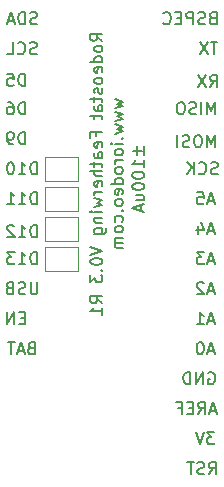
<source format=gbr>
G04 #@! TF.GenerationSoftware,KiCad,Pcbnew,5.1.7-a382d34a8~87~ubuntu18.04.1*
G04 #@! TF.CreationDate,2021-10-03T14:58:42-07:00*
G04 #@! TF.ProjectId,potentiostat_featherwing,706f7465-6e74-4696-9f73-7461745f6665,rev?*
G04 #@! TF.SameCoordinates,Original*
G04 #@! TF.FileFunction,Legend,Bot*
G04 #@! TF.FilePolarity,Positive*
%FSLAX46Y46*%
G04 Gerber Fmt 4.6, Leading zero omitted, Abs format (unit mm)*
G04 Created by KiCad (PCBNEW 5.1.7-a382d34a8~87~ubuntu18.04.1) date 2021-10-03 14:58:42*
%MOMM*%
%LPD*%
G01*
G04 APERTURE LIST*
%ADD10C,0.203200*%
%ADD11C,0.120000*%
G04 APERTURE END LIST*
D10*
X52914247Y-42529276D02*
X52914247Y-43303371D01*
X53301295Y-42916323D02*
X52527200Y-42916323D01*
X53494819Y-43303371D02*
X53494819Y-42529276D01*
X53494819Y-44319371D02*
X53494819Y-43738800D01*
X53494819Y-44029085D02*
X52478819Y-44029085D01*
X52623961Y-43932323D01*
X52720723Y-43835561D01*
X52769104Y-43738800D01*
X52478819Y-44948323D02*
X52478819Y-45045085D01*
X52527200Y-45141847D01*
X52575580Y-45190228D01*
X52672342Y-45238609D01*
X52865866Y-45286990D01*
X53107771Y-45286990D01*
X53301295Y-45238609D01*
X53398057Y-45190228D01*
X53446438Y-45141847D01*
X53494819Y-45045085D01*
X53494819Y-44948323D01*
X53446438Y-44851561D01*
X53398057Y-44803180D01*
X53301295Y-44754800D01*
X53107771Y-44706419D01*
X52865866Y-44706419D01*
X52672342Y-44754800D01*
X52575580Y-44803180D01*
X52527200Y-44851561D01*
X52478819Y-44948323D01*
X52478819Y-45915942D02*
X52478819Y-46012704D01*
X52527200Y-46109466D01*
X52575580Y-46157847D01*
X52672342Y-46206228D01*
X52865866Y-46254609D01*
X53107771Y-46254609D01*
X53301295Y-46206228D01*
X53398057Y-46157847D01*
X53446438Y-46109466D01*
X53494819Y-46012704D01*
X53494819Y-45915942D01*
X53446438Y-45819180D01*
X53398057Y-45770800D01*
X53301295Y-45722419D01*
X53107771Y-45674038D01*
X52865866Y-45674038D01*
X52672342Y-45722419D01*
X52575580Y-45770800D01*
X52527200Y-45819180D01*
X52478819Y-45915942D01*
X52817485Y-47125466D02*
X53494819Y-47125466D01*
X52817485Y-46690038D02*
X53349676Y-46690038D01*
X53446438Y-46738419D01*
X53494819Y-46835180D01*
X53494819Y-46980323D01*
X53446438Y-47077085D01*
X53398057Y-47125466D01*
X53204533Y-47560895D02*
X53204533Y-48044704D01*
X53494819Y-47464133D02*
X52478819Y-47802800D01*
X53494819Y-48141466D01*
X49964219Y-33634438D02*
X49480409Y-33295771D01*
X49964219Y-33053866D02*
X48948219Y-33053866D01*
X48948219Y-33440914D01*
X48996600Y-33537676D01*
X49044980Y-33586057D01*
X49141742Y-33634438D01*
X49286885Y-33634438D01*
X49383647Y-33586057D01*
X49432028Y-33537676D01*
X49480409Y-33440914D01*
X49480409Y-33053866D01*
X49964219Y-34215009D02*
X49915838Y-34118247D01*
X49867457Y-34069866D01*
X49770695Y-34021485D01*
X49480409Y-34021485D01*
X49383647Y-34069866D01*
X49335266Y-34118247D01*
X49286885Y-34215009D01*
X49286885Y-34360152D01*
X49335266Y-34456914D01*
X49383647Y-34505295D01*
X49480409Y-34553676D01*
X49770695Y-34553676D01*
X49867457Y-34505295D01*
X49915838Y-34456914D01*
X49964219Y-34360152D01*
X49964219Y-34215009D01*
X49964219Y-35424533D02*
X48948219Y-35424533D01*
X49915838Y-35424533D02*
X49964219Y-35327771D01*
X49964219Y-35134247D01*
X49915838Y-35037485D01*
X49867457Y-34989104D01*
X49770695Y-34940723D01*
X49480409Y-34940723D01*
X49383647Y-34989104D01*
X49335266Y-35037485D01*
X49286885Y-35134247D01*
X49286885Y-35327771D01*
X49335266Y-35424533D01*
X49915838Y-36295390D02*
X49964219Y-36198628D01*
X49964219Y-36005104D01*
X49915838Y-35908342D01*
X49819076Y-35859961D01*
X49432028Y-35859961D01*
X49335266Y-35908342D01*
X49286885Y-36005104D01*
X49286885Y-36198628D01*
X49335266Y-36295390D01*
X49432028Y-36343771D01*
X49528790Y-36343771D01*
X49625552Y-35859961D01*
X49964219Y-36924342D02*
X49915838Y-36827580D01*
X49867457Y-36779200D01*
X49770695Y-36730819D01*
X49480409Y-36730819D01*
X49383647Y-36779200D01*
X49335266Y-36827580D01*
X49286885Y-36924342D01*
X49286885Y-37069485D01*
X49335266Y-37166247D01*
X49383647Y-37214628D01*
X49480409Y-37263009D01*
X49770695Y-37263009D01*
X49867457Y-37214628D01*
X49915838Y-37166247D01*
X49964219Y-37069485D01*
X49964219Y-36924342D01*
X49915838Y-37650057D02*
X49964219Y-37746819D01*
X49964219Y-37940342D01*
X49915838Y-38037104D01*
X49819076Y-38085485D01*
X49770695Y-38085485D01*
X49673933Y-38037104D01*
X49625552Y-37940342D01*
X49625552Y-37795200D01*
X49577171Y-37698438D01*
X49480409Y-37650057D01*
X49432028Y-37650057D01*
X49335266Y-37698438D01*
X49286885Y-37795200D01*
X49286885Y-37940342D01*
X49335266Y-38037104D01*
X49286885Y-38375771D02*
X49286885Y-38762819D01*
X48948219Y-38520914D02*
X49819076Y-38520914D01*
X49915838Y-38569295D01*
X49964219Y-38666057D01*
X49964219Y-38762819D01*
X49964219Y-39536914D02*
X49432028Y-39536914D01*
X49335266Y-39488533D01*
X49286885Y-39391771D01*
X49286885Y-39198247D01*
X49335266Y-39101485D01*
X49915838Y-39536914D02*
X49964219Y-39440152D01*
X49964219Y-39198247D01*
X49915838Y-39101485D01*
X49819076Y-39053104D01*
X49722314Y-39053104D01*
X49625552Y-39101485D01*
X49577171Y-39198247D01*
X49577171Y-39440152D01*
X49528790Y-39536914D01*
X49286885Y-39875580D02*
X49286885Y-40262628D01*
X48948219Y-40020723D02*
X49819076Y-40020723D01*
X49915838Y-40069104D01*
X49964219Y-40165866D01*
X49964219Y-40262628D01*
X49432028Y-41714057D02*
X49432028Y-41375390D01*
X49964219Y-41375390D02*
X48948219Y-41375390D01*
X48948219Y-41859200D01*
X49915838Y-42633295D02*
X49964219Y-42536533D01*
X49964219Y-42343009D01*
X49915838Y-42246247D01*
X49819076Y-42197866D01*
X49432028Y-42197866D01*
X49335266Y-42246247D01*
X49286885Y-42343009D01*
X49286885Y-42536533D01*
X49335266Y-42633295D01*
X49432028Y-42681676D01*
X49528790Y-42681676D01*
X49625552Y-42197866D01*
X49964219Y-43552533D02*
X49432028Y-43552533D01*
X49335266Y-43504152D01*
X49286885Y-43407390D01*
X49286885Y-43213866D01*
X49335266Y-43117104D01*
X49915838Y-43552533D02*
X49964219Y-43455771D01*
X49964219Y-43213866D01*
X49915838Y-43117104D01*
X49819076Y-43068723D01*
X49722314Y-43068723D01*
X49625552Y-43117104D01*
X49577171Y-43213866D01*
X49577171Y-43455771D01*
X49528790Y-43552533D01*
X49286885Y-43891200D02*
X49286885Y-44278247D01*
X48948219Y-44036342D02*
X49819076Y-44036342D01*
X49915838Y-44084723D01*
X49964219Y-44181485D01*
X49964219Y-44278247D01*
X49964219Y-44616914D02*
X48948219Y-44616914D01*
X49964219Y-45052342D02*
X49432028Y-45052342D01*
X49335266Y-45003961D01*
X49286885Y-44907200D01*
X49286885Y-44762057D01*
X49335266Y-44665295D01*
X49383647Y-44616914D01*
X49915838Y-45923200D02*
X49964219Y-45826438D01*
X49964219Y-45632914D01*
X49915838Y-45536152D01*
X49819076Y-45487771D01*
X49432028Y-45487771D01*
X49335266Y-45536152D01*
X49286885Y-45632914D01*
X49286885Y-45826438D01*
X49335266Y-45923200D01*
X49432028Y-45971580D01*
X49528790Y-45971580D01*
X49625552Y-45487771D01*
X49964219Y-46407009D02*
X49286885Y-46407009D01*
X49480409Y-46407009D02*
X49383647Y-46455390D01*
X49335266Y-46503771D01*
X49286885Y-46600533D01*
X49286885Y-46697295D01*
X49286885Y-46939200D02*
X49964219Y-47132723D01*
X49480409Y-47326247D01*
X49964219Y-47519771D01*
X49286885Y-47713295D01*
X49964219Y-48100342D02*
X49286885Y-48100342D01*
X48948219Y-48100342D02*
X48996600Y-48051961D01*
X49044980Y-48100342D01*
X48996600Y-48148723D01*
X48948219Y-48100342D01*
X49044980Y-48100342D01*
X49286885Y-48584152D02*
X49964219Y-48584152D01*
X49383647Y-48584152D02*
X49335266Y-48632533D01*
X49286885Y-48729295D01*
X49286885Y-48874438D01*
X49335266Y-48971200D01*
X49432028Y-49019580D01*
X49964219Y-49019580D01*
X49286885Y-49938819D02*
X50109361Y-49938819D01*
X50206123Y-49890438D01*
X50254504Y-49842057D01*
X50302885Y-49745295D01*
X50302885Y-49600152D01*
X50254504Y-49503390D01*
X49915838Y-49938819D02*
X49964219Y-49842057D01*
X49964219Y-49648533D01*
X49915838Y-49551771D01*
X49867457Y-49503390D01*
X49770695Y-49455009D01*
X49480409Y-49455009D01*
X49383647Y-49503390D01*
X49335266Y-49551771D01*
X49286885Y-49648533D01*
X49286885Y-49842057D01*
X49335266Y-49938819D01*
X48948219Y-51051580D02*
X49964219Y-51390247D01*
X48948219Y-51728914D01*
X48948219Y-52261104D02*
X48948219Y-52357866D01*
X48996600Y-52454628D01*
X49044980Y-52503009D01*
X49141742Y-52551390D01*
X49335266Y-52599771D01*
X49577171Y-52599771D01*
X49770695Y-52551390D01*
X49867457Y-52503009D01*
X49915838Y-52454628D01*
X49964219Y-52357866D01*
X49964219Y-52261104D01*
X49915838Y-52164342D01*
X49867457Y-52115961D01*
X49770695Y-52067580D01*
X49577171Y-52019200D01*
X49335266Y-52019200D01*
X49141742Y-52067580D01*
X49044980Y-52115961D01*
X48996600Y-52164342D01*
X48948219Y-52261104D01*
X49867457Y-53035200D02*
X49915838Y-53083580D01*
X49964219Y-53035200D01*
X49915838Y-52986819D01*
X49867457Y-53035200D01*
X49964219Y-53035200D01*
X48948219Y-53422247D02*
X48948219Y-54051200D01*
X49335266Y-53712533D01*
X49335266Y-53857676D01*
X49383647Y-53954438D01*
X49432028Y-54002819D01*
X49528790Y-54051200D01*
X49770695Y-54051200D01*
X49867457Y-54002819D01*
X49915838Y-53954438D01*
X49964219Y-53857676D01*
X49964219Y-53567390D01*
X49915838Y-53470628D01*
X49867457Y-53422247D01*
X49964219Y-55841295D02*
X49480409Y-55502628D01*
X49964219Y-55260723D02*
X48948219Y-55260723D01*
X48948219Y-55647771D01*
X48996600Y-55744533D01*
X49044980Y-55792914D01*
X49141742Y-55841295D01*
X49286885Y-55841295D01*
X49383647Y-55792914D01*
X49432028Y-55744533D01*
X49480409Y-55647771D01*
X49480409Y-55260723D01*
X49964219Y-56808914D02*
X49964219Y-56228342D01*
X49964219Y-56518628D02*
X48948219Y-56518628D01*
X49093361Y-56421866D01*
X49190123Y-56325104D01*
X49238504Y-56228342D01*
X51014085Y-38569295D02*
X51691419Y-38762819D01*
X51207609Y-38956342D01*
X51691419Y-39149866D01*
X51014085Y-39343390D01*
X51014085Y-39633676D02*
X51691419Y-39827200D01*
X51207609Y-40020723D01*
X51691419Y-40214247D01*
X51014085Y-40407771D01*
X51014085Y-40698057D02*
X51691419Y-40891580D01*
X51207609Y-41085104D01*
X51691419Y-41278628D01*
X51014085Y-41472152D01*
X51594657Y-41859199D02*
X51643038Y-41907580D01*
X51691419Y-41859199D01*
X51643038Y-41810819D01*
X51594657Y-41859199D01*
X51691419Y-41859199D01*
X51691419Y-42343009D02*
X51014085Y-42343009D01*
X50675419Y-42343009D02*
X50723800Y-42294628D01*
X50772180Y-42343009D01*
X50723800Y-42391390D01*
X50675419Y-42343009D01*
X50772180Y-42343009D01*
X51691419Y-42971961D02*
X51643038Y-42875200D01*
X51594657Y-42826819D01*
X51497895Y-42778438D01*
X51207609Y-42778438D01*
X51110847Y-42826819D01*
X51062466Y-42875200D01*
X51014085Y-42971961D01*
X51014085Y-43117104D01*
X51062466Y-43213866D01*
X51110847Y-43262247D01*
X51207609Y-43310628D01*
X51497895Y-43310628D01*
X51594657Y-43262247D01*
X51643038Y-43213866D01*
X51691419Y-43117104D01*
X51691419Y-42971961D01*
X51691419Y-43746057D02*
X51014085Y-43746057D01*
X51207609Y-43746057D02*
X51110847Y-43794438D01*
X51062466Y-43842819D01*
X51014085Y-43939580D01*
X51014085Y-44036342D01*
X51691419Y-44520152D02*
X51643038Y-44423390D01*
X51594657Y-44375009D01*
X51497895Y-44326628D01*
X51207609Y-44326628D01*
X51110847Y-44375009D01*
X51062466Y-44423390D01*
X51014085Y-44520152D01*
X51014085Y-44665295D01*
X51062466Y-44762057D01*
X51110847Y-44810438D01*
X51207609Y-44858819D01*
X51497895Y-44858819D01*
X51594657Y-44810438D01*
X51643038Y-44762057D01*
X51691419Y-44665295D01*
X51691419Y-44520152D01*
X51691419Y-45729676D02*
X50675419Y-45729676D01*
X51643038Y-45729676D02*
X51691419Y-45632914D01*
X51691419Y-45439390D01*
X51643038Y-45342628D01*
X51594657Y-45294247D01*
X51497895Y-45245866D01*
X51207609Y-45245866D01*
X51110847Y-45294247D01*
X51062466Y-45342628D01*
X51014085Y-45439390D01*
X51014085Y-45632914D01*
X51062466Y-45729676D01*
X51643038Y-46600533D02*
X51691419Y-46503771D01*
X51691419Y-46310247D01*
X51643038Y-46213485D01*
X51546276Y-46165104D01*
X51159228Y-46165104D01*
X51062466Y-46213485D01*
X51014085Y-46310247D01*
X51014085Y-46503771D01*
X51062466Y-46600533D01*
X51159228Y-46648914D01*
X51255990Y-46648914D01*
X51352752Y-46165104D01*
X51691419Y-47229485D02*
X51643038Y-47132723D01*
X51594657Y-47084342D01*
X51497895Y-47035961D01*
X51207609Y-47035961D01*
X51110847Y-47084342D01*
X51062466Y-47132723D01*
X51014085Y-47229485D01*
X51014085Y-47374628D01*
X51062466Y-47471390D01*
X51110847Y-47519771D01*
X51207609Y-47568152D01*
X51497895Y-47568152D01*
X51594657Y-47519771D01*
X51643038Y-47471390D01*
X51691419Y-47374628D01*
X51691419Y-47229485D01*
X51594657Y-48003580D02*
X51643038Y-48051961D01*
X51691419Y-48003580D01*
X51643038Y-47955199D01*
X51594657Y-48003580D01*
X51691419Y-48003580D01*
X51643038Y-48922819D02*
X51691419Y-48826057D01*
X51691419Y-48632533D01*
X51643038Y-48535771D01*
X51594657Y-48487390D01*
X51497895Y-48439009D01*
X51207609Y-48439009D01*
X51110847Y-48487390D01*
X51062466Y-48535771D01*
X51014085Y-48632533D01*
X51014085Y-48826057D01*
X51062466Y-48922819D01*
X51691419Y-49503390D02*
X51643038Y-49406628D01*
X51594657Y-49358247D01*
X51497895Y-49309866D01*
X51207609Y-49309866D01*
X51110847Y-49358247D01*
X51062466Y-49406628D01*
X51014085Y-49503390D01*
X51014085Y-49648533D01*
X51062466Y-49745295D01*
X51110847Y-49793676D01*
X51207609Y-49842057D01*
X51497895Y-49842057D01*
X51594657Y-49793676D01*
X51643038Y-49745295D01*
X51691419Y-49648533D01*
X51691419Y-49503390D01*
X51691419Y-50277485D02*
X51014085Y-50277485D01*
X51110847Y-50277485D02*
X51062466Y-50325866D01*
X51014085Y-50422628D01*
X51014085Y-50567771D01*
X51062466Y-50664533D01*
X51159228Y-50712914D01*
X51691419Y-50712914D01*
X51159228Y-50712914D02*
X51062466Y-50761295D01*
X51014085Y-50858057D01*
X51014085Y-51003199D01*
X51062466Y-51099961D01*
X51159228Y-51148342D01*
X51691419Y-51148342D01*
D11*
X47882000Y-51070000D02*
X45082000Y-51070000D01*
X45082000Y-51070000D02*
X45082000Y-53070000D01*
X45082000Y-53070000D02*
X47882000Y-53070000D01*
X47882000Y-53070000D02*
X47882000Y-51070000D01*
X47882000Y-50530000D02*
X47882000Y-48530000D01*
X45082000Y-50530000D02*
X47882000Y-50530000D01*
X45082000Y-48530000D02*
X45082000Y-50530000D01*
X47882000Y-48530000D02*
X45082000Y-48530000D01*
X47882000Y-45990000D02*
X45082000Y-45990000D01*
X45082000Y-45990000D02*
X45082000Y-47990000D01*
X45082000Y-47990000D02*
X47882000Y-47990000D01*
X47882000Y-47990000D02*
X47882000Y-45990000D01*
X47882000Y-43450000D02*
X45082000Y-43450000D01*
X45082000Y-43450000D02*
X45082000Y-45450000D01*
X45082000Y-45450000D02*
X47882000Y-45450000D01*
X47882000Y-45450000D02*
X47882000Y-43450000D01*
D10*
X58976380Y-70309619D02*
X59315047Y-69825809D01*
X59556952Y-70309619D02*
X59556952Y-69293619D01*
X59169904Y-69293619D01*
X59073142Y-69342000D01*
X59024761Y-69390380D01*
X58976380Y-69487142D01*
X58976380Y-69632285D01*
X59024761Y-69729047D01*
X59073142Y-69777428D01*
X59169904Y-69825809D01*
X59556952Y-69825809D01*
X58589333Y-70261238D02*
X58444190Y-70309619D01*
X58202285Y-70309619D01*
X58105523Y-70261238D01*
X58057142Y-70212857D01*
X58008761Y-70116095D01*
X58008761Y-70019333D01*
X58057142Y-69922571D01*
X58105523Y-69874190D01*
X58202285Y-69825809D01*
X58395809Y-69777428D01*
X58492571Y-69729047D01*
X58540952Y-69680666D01*
X58589333Y-69583904D01*
X58589333Y-69487142D01*
X58540952Y-69390380D01*
X58492571Y-69342000D01*
X58395809Y-69293619D01*
X58153904Y-69293619D01*
X58008761Y-69342000D01*
X57718476Y-69293619D02*
X57137904Y-69293619D01*
X57428190Y-70309619D02*
X57428190Y-69293619D01*
X59448095Y-66753619D02*
X58819142Y-66753619D01*
X59157809Y-67140666D01*
X59012666Y-67140666D01*
X58915904Y-67189047D01*
X58867523Y-67237428D01*
X58819142Y-67334190D01*
X58819142Y-67576095D01*
X58867523Y-67672857D01*
X58915904Y-67721238D01*
X59012666Y-67769619D01*
X59302952Y-67769619D01*
X59399714Y-67721238D01*
X59448095Y-67672857D01*
X58528857Y-66753619D02*
X58190190Y-67769619D01*
X57851523Y-66753619D01*
X59556952Y-64939333D02*
X59073142Y-64939333D01*
X59653714Y-65229619D02*
X59315047Y-64213619D01*
X58976380Y-65229619D01*
X58057142Y-65229619D02*
X58395809Y-64745809D01*
X58637714Y-65229619D02*
X58637714Y-64213619D01*
X58250666Y-64213619D01*
X58153904Y-64262000D01*
X58105523Y-64310380D01*
X58057142Y-64407142D01*
X58057142Y-64552285D01*
X58105523Y-64649047D01*
X58153904Y-64697428D01*
X58250666Y-64745809D01*
X58637714Y-64745809D01*
X57621714Y-64697428D02*
X57283047Y-64697428D01*
X57137904Y-65229619D02*
X57621714Y-65229619D01*
X57621714Y-64213619D01*
X57137904Y-64213619D01*
X56363809Y-64697428D02*
X56702476Y-64697428D01*
X56702476Y-65229619D02*
X56702476Y-64213619D01*
X56218666Y-64213619D01*
X58940095Y-61722000D02*
X59036857Y-61673619D01*
X59182000Y-61673619D01*
X59327142Y-61722000D01*
X59423904Y-61818761D01*
X59472285Y-61915523D01*
X59520666Y-62109047D01*
X59520666Y-62254190D01*
X59472285Y-62447714D01*
X59423904Y-62544476D01*
X59327142Y-62641238D01*
X59182000Y-62689619D01*
X59085238Y-62689619D01*
X58940095Y-62641238D01*
X58891714Y-62592857D01*
X58891714Y-62254190D01*
X59085238Y-62254190D01*
X58456285Y-62689619D02*
X58456285Y-61673619D01*
X57875714Y-62689619D01*
X57875714Y-61673619D01*
X57391904Y-62689619D02*
X57391904Y-61673619D01*
X57150000Y-61673619D01*
X57004857Y-61722000D01*
X56908095Y-61818761D01*
X56859714Y-61915523D01*
X56811333Y-62109047D01*
X56811333Y-62254190D01*
X56859714Y-62447714D01*
X56908095Y-62544476D01*
X57004857Y-62641238D01*
X57150000Y-62689619D01*
X57391904Y-62689619D01*
X59399714Y-59859333D02*
X58915904Y-59859333D01*
X59496476Y-60149619D02*
X59157809Y-59133619D01*
X58819142Y-60149619D01*
X58286952Y-59133619D02*
X58190190Y-59133619D01*
X58093428Y-59182000D01*
X58045047Y-59230380D01*
X57996666Y-59327142D01*
X57948285Y-59520666D01*
X57948285Y-59762571D01*
X57996666Y-59956095D01*
X58045047Y-60052857D01*
X58093428Y-60101238D01*
X58190190Y-60149619D01*
X58286952Y-60149619D01*
X58383714Y-60101238D01*
X58432095Y-60052857D01*
X58480476Y-59956095D01*
X58528857Y-59762571D01*
X58528857Y-59520666D01*
X58480476Y-59327142D01*
X58432095Y-59230380D01*
X58383714Y-59182000D01*
X58286952Y-59133619D01*
X59399714Y-57319333D02*
X58915904Y-57319333D01*
X59496476Y-57609619D02*
X59157809Y-56593619D01*
X58819142Y-57609619D01*
X57948285Y-57609619D02*
X58528857Y-57609619D01*
X58238571Y-57609619D02*
X58238571Y-56593619D01*
X58335333Y-56738761D01*
X58432095Y-56835523D01*
X58528857Y-56883904D01*
X59399714Y-54779333D02*
X58915904Y-54779333D01*
X59496476Y-55069619D02*
X59157809Y-54053619D01*
X58819142Y-55069619D01*
X58528857Y-54150380D02*
X58480476Y-54102000D01*
X58383714Y-54053619D01*
X58141809Y-54053619D01*
X58045047Y-54102000D01*
X57996666Y-54150380D01*
X57948285Y-54247142D01*
X57948285Y-54343904D01*
X57996666Y-54489047D01*
X58577238Y-55069619D01*
X57948285Y-55069619D01*
X59399714Y-52239333D02*
X58915904Y-52239333D01*
X59496476Y-52529619D02*
X59157809Y-51513619D01*
X58819142Y-52529619D01*
X58577238Y-51513619D02*
X57948285Y-51513619D01*
X58286952Y-51900666D01*
X58141809Y-51900666D01*
X58045047Y-51949047D01*
X57996666Y-51997428D01*
X57948285Y-52094190D01*
X57948285Y-52336095D01*
X57996666Y-52432857D01*
X58045047Y-52481238D01*
X58141809Y-52529619D01*
X58432095Y-52529619D01*
X58528857Y-52481238D01*
X58577238Y-52432857D01*
X59399714Y-49699333D02*
X58915904Y-49699333D01*
X59496476Y-49989619D02*
X59157809Y-48973619D01*
X58819142Y-49989619D01*
X58045047Y-49312285D02*
X58045047Y-49989619D01*
X58286952Y-48925238D02*
X58528857Y-49650952D01*
X57899904Y-49650952D01*
X59399714Y-47159333D02*
X58915904Y-47159333D01*
X59496476Y-47449619D02*
X59157809Y-46433619D01*
X58819142Y-47449619D01*
X57996666Y-46433619D02*
X58480476Y-46433619D01*
X58528857Y-46917428D01*
X58480476Y-46869047D01*
X58383714Y-46820666D01*
X58141809Y-46820666D01*
X58045047Y-46869047D01*
X57996666Y-46917428D01*
X57948285Y-47014190D01*
X57948285Y-47256095D01*
X57996666Y-47352857D01*
X58045047Y-47401238D01*
X58141809Y-47449619D01*
X58383714Y-47449619D01*
X58480476Y-47401238D01*
X58528857Y-47352857D01*
X59726285Y-44861238D02*
X59581142Y-44909619D01*
X59339238Y-44909619D01*
X59242476Y-44861238D01*
X59194095Y-44812857D01*
X59145714Y-44716095D01*
X59145714Y-44619333D01*
X59194095Y-44522571D01*
X59242476Y-44474190D01*
X59339238Y-44425809D01*
X59532761Y-44377428D01*
X59629523Y-44329047D01*
X59677904Y-44280666D01*
X59726285Y-44183904D01*
X59726285Y-44087142D01*
X59677904Y-43990380D01*
X59629523Y-43942000D01*
X59532761Y-43893619D01*
X59290857Y-43893619D01*
X59145714Y-43942000D01*
X58129714Y-44812857D02*
X58178095Y-44861238D01*
X58323238Y-44909619D01*
X58420000Y-44909619D01*
X58565142Y-44861238D01*
X58661904Y-44764476D01*
X58710285Y-44667714D01*
X58758666Y-44474190D01*
X58758666Y-44329047D01*
X58710285Y-44135523D01*
X58661904Y-44038761D01*
X58565142Y-43942000D01*
X58420000Y-43893619D01*
X58323238Y-43893619D01*
X58178095Y-43942000D01*
X58129714Y-43990380D01*
X57694285Y-44909619D02*
X57694285Y-43893619D01*
X57113714Y-44909619D02*
X57549142Y-44329047D01*
X57113714Y-43893619D02*
X57694285Y-44474190D01*
X59508571Y-42623619D02*
X59508571Y-41607619D01*
X59169904Y-42333333D01*
X58831238Y-41607619D01*
X58831238Y-42623619D01*
X58153904Y-41607619D02*
X57960380Y-41607619D01*
X57863619Y-41656000D01*
X57766857Y-41752761D01*
X57718476Y-41946285D01*
X57718476Y-42284952D01*
X57766857Y-42478476D01*
X57863619Y-42575238D01*
X57960380Y-42623619D01*
X58153904Y-42623619D01*
X58250666Y-42575238D01*
X58347428Y-42478476D01*
X58395809Y-42284952D01*
X58395809Y-41946285D01*
X58347428Y-41752761D01*
X58250666Y-41656000D01*
X58153904Y-41607619D01*
X57331428Y-42575238D02*
X57186285Y-42623619D01*
X56944380Y-42623619D01*
X56847619Y-42575238D01*
X56799238Y-42526857D01*
X56750857Y-42430095D01*
X56750857Y-42333333D01*
X56799238Y-42236571D01*
X56847619Y-42188190D01*
X56944380Y-42139809D01*
X57137904Y-42091428D01*
X57234666Y-42043047D01*
X57283047Y-41994666D01*
X57331428Y-41897904D01*
X57331428Y-41801142D01*
X57283047Y-41704380D01*
X57234666Y-41656000D01*
X57137904Y-41607619D01*
X56895999Y-41607619D01*
X56750857Y-41656000D01*
X56315428Y-42623619D02*
X56315428Y-41607619D01*
X59508571Y-39829619D02*
X59508571Y-38813619D01*
X59169904Y-39539333D01*
X58831238Y-38813619D01*
X58831238Y-39829619D01*
X58347428Y-39829619D02*
X58347428Y-38813619D01*
X57911999Y-39781238D02*
X57766857Y-39829619D01*
X57524952Y-39829619D01*
X57428190Y-39781238D01*
X57379809Y-39732857D01*
X57331428Y-39636095D01*
X57331428Y-39539333D01*
X57379809Y-39442571D01*
X57428190Y-39394190D01*
X57524952Y-39345809D01*
X57718476Y-39297428D01*
X57815238Y-39249047D01*
X57863619Y-39200666D01*
X57911999Y-39103904D01*
X57911999Y-39007142D01*
X57863619Y-38910380D01*
X57815238Y-38862000D01*
X57718476Y-38813619D01*
X57476571Y-38813619D01*
X57331428Y-38862000D01*
X56702476Y-38813619D02*
X56508952Y-38813619D01*
X56412190Y-38862000D01*
X56315428Y-38958761D01*
X56267047Y-39152285D01*
X56267047Y-39490952D01*
X56315428Y-39684476D01*
X56412190Y-39781238D01*
X56508952Y-39829619D01*
X56702476Y-39829619D01*
X56799238Y-39781238D01*
X56895999Y-39684476D01*
X56944380Y-39490952D01*
X56944380Y-39152285D01*
X56895999Y-38958761D01*
X56799238Y-38862000D01*
X56702476Y-38813619D01*
X59097333Y-37543619D02*
X59436000Y-37059809D01*
X59677904Y-37543619D02*
X59677904Y-36527619D01*
X59290857Y-36527619D01*
X59194095Y-36576000D01*
X59145714Y-36624380D01*
X59097333Y-36721142D01*
X59097333Y-36866285D01*
X59145714Y-36963047D01*
X59194095Y-37011428D01*
X59290857Y-37059809D01*
X59677904Y-37059809D01*
X58758666Y-36527619D02*
X58081333Y-37543619D01*
X58081333Y-36527619D02*
X58758666Y-37543619D01*
X59702095Y-33733619D02*
X59121523Y-33733619D01*
X59411809Y-34749619D02*
X59411809Y-33733619D01*
X58879619Y-33733619D02*
X58202285Y-34749619D01*
X58202285Y-33733619D02*
X58879619Y-34749619D01*
X59290857Y-31677428D02*
X59145714Y-31725809D01*
X59097333Y-31774190D01*
X59048952Y-31870952D01*
X59048952Y-32016095D01*
X59097333Y-32112857D01*
X59145714Y-32161238D01*
X59242476Y-32209619D01*
X59629523Y-32209619D01*
X59629523Y-31193619D01*
X59290857Y-31193619D01*
X59194095Y-31242000D01*
X59145714Y-31290380D01*
X59097333Y-31387142D01*
X59097333Y-31483904D01*
X59145714Y-31580666D01*
X59194095Y-31629047D01*
X59290857Y-31677428D01*
X59629523Y-31677428D01*
X58661904Y-32161238D02*
X58516761Y-32209619D01*
X58274857Y-32209619D01*
X58178095Y-32161238D01*
X58129714Y-32112857D01*
X58081333Y-32016095D01*
X58081333Y-31919333D01*
X58129714Y-31822571D01*
X58178095Y-31774190D01*
X58274857Y-31725809D01*
X58468380Y-31677428D01*
X58565142Y-31629047D01*
X58613523Y-31580666D01*
X58661904Y-31483904D01*
X58661904Y-31387142D01*
X58613523Y-31290380D01*
X58565142Y-31242000D01*
X58468380Y-31193619D01*
X58226476Y-31193619D01*
X58081333Y-31242000D01*
X57645904Y-32209619D02*
X57645904Y-31193619D01*
X57258857Y-31193619D01*
X57162095Y-31242000D01*
X57113714Y-31290380D01*
X57065333Y-31387142D01*
X57065333Y-31532285D01*
X57113714Y-31629047D01*
X57162095Y-31677428D01*
X57258857Y-31725809D01*
X57645904Y-31725809D01*
X56629904Y-31677428D02*
X56291238Y-31677428D01*
X56146095Y-32209619D02*
X56629904Y-32209619D01*
X56629904Y-31193619D01*
X56146095Y-31193619D01*
X55130095Y-32112857D02*
X55178476Y-32161238D01*
X55323619Y-32209619D01*
X55420380Y-32209619D01*
X55565523Y-32161238D01*
X55662285Y-32064476D01*
X55710666Y-31967714D01*
X55759047Y-31774190D01*
X55759047Y-31629047D01*
X55710666Y-31435523D01*
X55662285Y-31338761D01*
X55565523Y-31242000D01*
X55420380Y-31193619D01*
X55323619Y-31193619D01*
X55178476Y-31242000D01*
X55130095Y-31290380D01*
X43929904Y-59617428D02*
X43784761Y-59665809D01*
X43736380Y-59714190D01*
X43688000Y-59810952D01*
X43688000Y-59956095D01*
X43736380Y-60052857D01*
X43784761Y-60101238D01*
X43881523Y-60149619D01*
X44268571Y-60149619D01*
X44268571Y-59133619D01*
X43929904Y-59133619D01*
X43833142Y-59182000D01*
X43784761Y-59230380D01*
X43736380Y-59327142D01*
X43736380Y-59423904D01*
X43784761Y-59520666D01*
X43833142Y-59569047D01*
X43929904Y-59617428D01*
X44268571Y-59617428D01*
X43300952Y-59859333D02*
X42817142Y-59859333D01*
X43397714Y-60149619D02*
X43059047Y-59133619D01*
X42720380Y-60149619D01*
X42526857Y-59133619D02*
X41946285Y-59133619D01*
X42236571Y-60149619D02*
X42236571Y-59133619D01*
X43421904Y-57077428D02*
X43083238Y-57077428D01*
X42938095Y-57609619D02*
X43421904Y-57609619D01*
X43421904Y-56593619D01*
X42938095Y-56593619D01*
X42502666Y-57609619D02*
X42502666Y-56593619D01*
X41922095Y-57609619D01*
X41922095Y-56593619D01*
X44462095Y-54053619D02*
X44462095Y-54876095D01*
X44413714Y-54972857D01*
X44365333Y-55021238D01*
X44268571Y-55069619D01*
X44075047Y-55069619D01*
X43978285Y-55021238D01*
X43929904Y-54972857D01*
X43881523Y-54876095D01*
X43881523Y-54053619D01*
X43446095Y-55021238D02*
X43300952Y-55069619D01*
X43059047Y-55069619D01*
X42962285Y-55021238D01*
X42913904Y-54972857D01*
X42865523Y-54876095D01*
X42865523Y-54779333D01*
X42913904Y-54682571D01*
X42962285Y-54634190D01*
X43059047Y-54585809D01*
X43252571Y-54537428D01*
X43349333Y-54489047D01*
X43397714Y-54440666D01*
X43446095Y-54343904D01*
X43446095Y-54247142D01*
X43397714Y-54150380D01*
X43349333Y-54102000D01*
X43252571Y-54053619D01*
X43010666Y-54053619D01*
X42865523Y-54102000D01*
X42091428Y-54537428D02*
X41946285Y-54585809D01*
X41897904Y-54634190D01*
X41849523Y-54730952D01*
X41849523Y-54876095D01*
X41897904Y-54972857D01*
X41946285Y-55021238D01*
X42043047Y-55069619D01*
X42430095Y-55069619D01*
X42430095Y-54053619D01*
X42091428Y-54053619D01*
X41994666Y-54102000D01*
X41946285Y-54150380D01*
X41897904Y-54247142D01*
X41897904Y-54343904D01*
X41946285Y-54440666D01*
X41994666Y-54489047D01*
X42091428Y-54537428D01*
X42430095Y-54537428D01*
X44413714Y-52529619D02*
X44413714Y-51513619D01*
X44171809Y-51513619D01*
X44026666Y-51562000D01*
X43929904Y-51658761D01*
X43881523Y-51755523D01*
X43833142Y-51949047D01*
X43833142Y-52094190D01*
X43881523Y-52287714D01*
X43929904Y-52384476D01*
X44026666Y-52481238D01*
X44171809Y-52529619D01*
X44413714Y-52529619D01*
X42865523Y-52529619D02*
X43446095Y-52529619D01*
X43155809Y-52529619D02*
X43155809Y-51513619D01*
X43252571Y-51658761D01*
X43349333Y-51755523D01*
X43446095Y-51803904D01*
X42526857Y-51513619D02*
X41897904Y-51513619D01*
X42236571Y-51900666D01*
X42091428Y-51900666D01*
X41994666Y-51949047D01*
X41946285Y-51997428D01*
X41897904Y-52094190D01*
X41897904Y-52336095D01*
X41946285Y-52432857D01*
X41994666Y-52481238D01*
X42091428Y-52529619D01*
X42381714Y-52529619D01*
X42478476Y-52481238D01*
X42526857Y-52432857D01*
X44413714Y-50243619D02*
X44413714Y-49227619D01*
X44171809Y-49227619D01*
X44026666Y-49276000D01*
X43929904Y-49372761D01*
X43881523Y-49469523D01*
X43833142Y-49663047D01*
X43833142Y-49808190D01*
X43881523Y-50001714D01*
X43929904Y-50098476D01*
X44026666Y-50195238D01*
X44171809Y-50243619D01*
X44413714Y-50243619D01*
X42865523Y-50243619D02*
X43446095Y-50243619D01*
X43155809Y-50243619D02*
X43155809Y-49227619D01*
X43252571Y-49372761D01*
X43349333Y-49469523D01*
X43446095Y-49517904D01*
X42478476Y-49324380D02*
X42430095Y-49276000D01*
X42333333Y-49227619D01*
X42091428Y-49227619D01*
X41994666Y-49276000D01*
X41946285Y-49324380D01*
X41897904Y-49421142D01*
X41897904Y-49517904D01*
X41946285Y-49663047D01*
X42526857Y-50243619D01*
X41897904Y-50243619D01*
X44413714Y-47449619D02*
X44413714Y-46433619D01*
X44171809Y-46433619D01*
X44026666Y-46482000D01*
X43929904Y-46578761D01*
X43881523Y-46675523D01*
X43833142Y-46869047D01*
X43833142Y-47014190D01*
X43881523Y-47207714D01*
X43929904Y-47304476D01*
X44026666Y-47401238D01*
X44171809Y-47449619D01*
X44413714Y-47449619D01*
X42865523Y-47449619D02*
X43446095Y-47449619D01*
X43155809Y-47449619D02*
X43155809Y-46433619D01*
X43252571Y-46578761D01*
X43349333Y-46675523D01*
X43446095Y-46723904D01*
X41897904Y-47449619D02*
X42478476Y-47449619D01*
X42188190Y-47449619D02*
X42188190Y-46433619D01*
X42284952Y-46578761D01*
X42381714Y-46675523D01*
X42478476Y-46723904D01*
X44413714Y-44909619D02*
X44413714Y-43893619D01*
X44171809Y-43893619D01*
X44026666Y-43942000D01*
X43929904Y-44038761D01*
X43881523Y-44135523D01*
X43833142Y-44329047D01*
X43833142Y-44474190D01*
X43881523Y-44667714D01*
X43929904Y-44764476D01*
X44026666Y-44861238D01*
X44171809Y-44909619D01*
X44413714Y-44909619D01*
X42865523Y-44909619D02*
X43446095Y-44909619D01*
X43155809Y-44909619D02*
X43155809Y-43893619D01*
X43252571Y-44038761D01*
X43349333Y-44135523D01*
X43446095Y-44183904D01*
X42236571Y-43893619D02*
X42139809Y-43893619D01*
X42043047Y-43942000D01*
X41994666Y-43990380D01*
X41946285Y-44087142D01*
X41897904Y-44280666D01*
X41897904Y-44522571D01*
X41946285Y-44716095D01*
X41994666Y-44812857D01*
X42043047Y-44861238D01*
X42139809Y-44909619D01*
X42236571Y-44909619D01*
X42333333Y-44861238D01*
X42381714Y-44812857D01*
X42430095Y-44716095D01*
X42478476Y-44522571D01*
X42478476Y-44280666D01*
X42430095Y-44087142D01*
X42381714Y-43990380D01*
X42333333Y-43942000D01*
X42236571Y-43893619D01*
X43421904Y-42369619D02*
X43421904Y-41353619D01*
X43180000Y-41353619D01*
X43034857Y-41402000D01*
X42938095Y-41498761D01*
X42889714Y-41595523D01*
X42841333Y-41789047D01*
X42841333Y-41934190D01*
X42889714Y-42127714D01*
X42938095Y-42224476D01*
X43034857Y-42321238D01*
X43180000Y-42369619D01*
X43421904Y-42369619D01*
X42357523Y-42369619D02*
X42164000Y-42369619D01*
X42067238Y-42321238D01*
X42018857Y-42272857D01*
X41922095Y-42127714D01*
X41873714Y-41934190D01*
X41873714Y-41547142D01*
X41922095Y-41450380D01*
X41970476Y-41402000D01*
X42067238Y-41353619D01*
X42260761Y-41353619D01*
X42357523Y-41402000D01*
X42405904Y-41450380D01*
X42454285Y-41547142D01*
X42454285Y-41789047D01*
X42405904Y-41885809D01*
X42357523Y-41934190D01*
X42260761Y-41982571D01*
X42067238Y-41982571D01*
X41970476Y-41934190D01*
X41922095Y-41885809D01*
X41873714Y-41789047D01*
X43421904Y-39829619D02*
X43421904Y-38813619D01*
X43180000Y-38813619D01*
X43034857Y-38862000D01*
X42938095Y-38958761D01*
X42889714Y-39055523D01*
X42841333Y-39249047D01*
X42841333Y-39394190D01*
X42889714Y-39587714D01*
X42938095Y-39684476D01*
X43034857Y-39781238D01*
X43180000Y-39829619D01*
X43421904Y-39829619D01*
X41970476Y-38813619D02*
X42164000Y-38813619D01*
X42260761Y-38862000D01*
X42309142Y-38910380D01*
X42405904Y-39055523D01*
X42454285Y-39249047D01*
X42454285Y-39636095D01*
X42405904Y-39732857D01*
X42357523Y-39781238D01*
X42260761Y-39829619D01*
X42067238Y-39829619D01*
X41970476Y-39781238D01*
X41922095Y-39732857D01*
X41873714Y-39636095D01*
X41873714Y-39394190D01*
X41922095Y-39297428D01*
X41970476Y-39249047D01*
X42067238Y-39200666D01*
X42260761Y-39200666D01*
X42357523Y-39249047D01*
X42405904Y-39297428D01*
X42454285Y-39394190D01*
X43421904Y-37416619D02*
X43421904Y-36400619D01*
X43180000Y-36400619D01*
X43034857Y-36449000D01*
X42938095Y-36545761D01*
X42889714Y-36642523D01*
X42841333Y-36836047D01*
X42841333Y-36981190D01*
X42889714Y-37174714D01*
X42938095Y-37271476D01*
X43034857Y-37368238D01*
X43180000Y-37416619D01*
X43421904Y-37416619D01*
X41922095Y-36400619D02*
X42405904Y-36400619D01*
X42454285Y-36884428D01*
X42405904Y-36836047D01*
X42309142Y-36787666D01*
X42067238Y-36787666D01*
X41970476Y-36836047D01*
X41922095Y-36884428D01*
X41873714Y-36981190D01*
X41873714Y-37223095D01*
X41922095Y-37319857D01*
X41970476Y-37368238D01*
X42067238Y-37416619D01*
X42309142Y-37416619D01*
X42405904Y-37368238D01*
X42454285Y-37319857D01*
X44389523Y-34701238D02*
X44244380Y-34749619D01*
X44002476Y-34749619D01*
X43905714Y-34701238D01*
X43857333Y-34652857D01*
X43808952Y-34556095D01*
X43808952Y-34459333D01*
X43857333Y-34362571D01*
X43905714Y-34314190D01*
X44002476Y-34265809D01*
X44196000Y-34217428D01*
X44292761Y-34169047D01*
X44341142Y-34120666D01*
X44389523Y-34023904D01*
X44389523Y-33927142D01*
X44341142Y-33830380D01*
X44292761Y-33782000D01*
X44196000Y-33733619D01*
X43954095Y-33733619D01*
X43808952Y-33782000D01*
X42792952Y-34652857D02*
X42841333Y-34701238D01*
X42986476Y-34749619D01*
X43083238Y-34749619D01*
X43228380Y-34701238D01*
X43325142Y-34604476D01*
X43373523Y-34507714D01*
X43421904Y-34314190D01*
X43421904Y-34169047D01*
X43373523Y-33975523D01*
X43325142Y-33878761D01*
X43228380Y-33782000D01*
X43083238Y-33733619D01*
X42986476Y-33733619D01*
X42841333Y-33782000D01*
X42792952Y-33830380D01*
X41873714Y-34749619D02*
X42357523Y-34749619D01*
X42357523Y-33733619D01*
X44413714Y-32161238D02*
X44268571Y-32209619D01*
X44026666Y-32209619D01*
X43929904Y-32161238D01*
X43881523Y-32112857D01*
X43833142Y-32016095D01*
X43833142Y-31919333D01*
X43881523Y-31822571D01*
X43929904Y-31774190D01*
X44026666Y-31725809D01*
X44220190Y-31677428D01*
X44316952Y-31629047D01*
X44365333Y-31580666D01*
X44413714Y-31483904D01*
X44413714Y-31387142D01*
X44365333Y-31290380D01*
X44316952Y-31242000D01*
X44220190Y-31193619D01*
X43978285Y-31193619D01*
X43833142Y-31242000D01*
X43397714Y-32209619D02*
X43397714Y-31193619D01*
X43155809Y-31193619D01*
X43010666Y-31242000D01*
X42913904Y-31338761D01*
X42865523Y-31435523D01*
X42817142Y-31629047D01*
X42817142Y-31774190D01*
X42865523Y-31967714D01*
X42913904Y-32064476D01*
X43010666Y-32161238D01*
X43155809Y-32209619D01*
X43397714Y-32209619D01*
X42430095Y-31919333D02*
X41946285Y-31919333D01*
X42526857Y-32209619D02*
X42188190Y-31193619D01*
X41849523Y-32209619D01*
M02*

</source>
